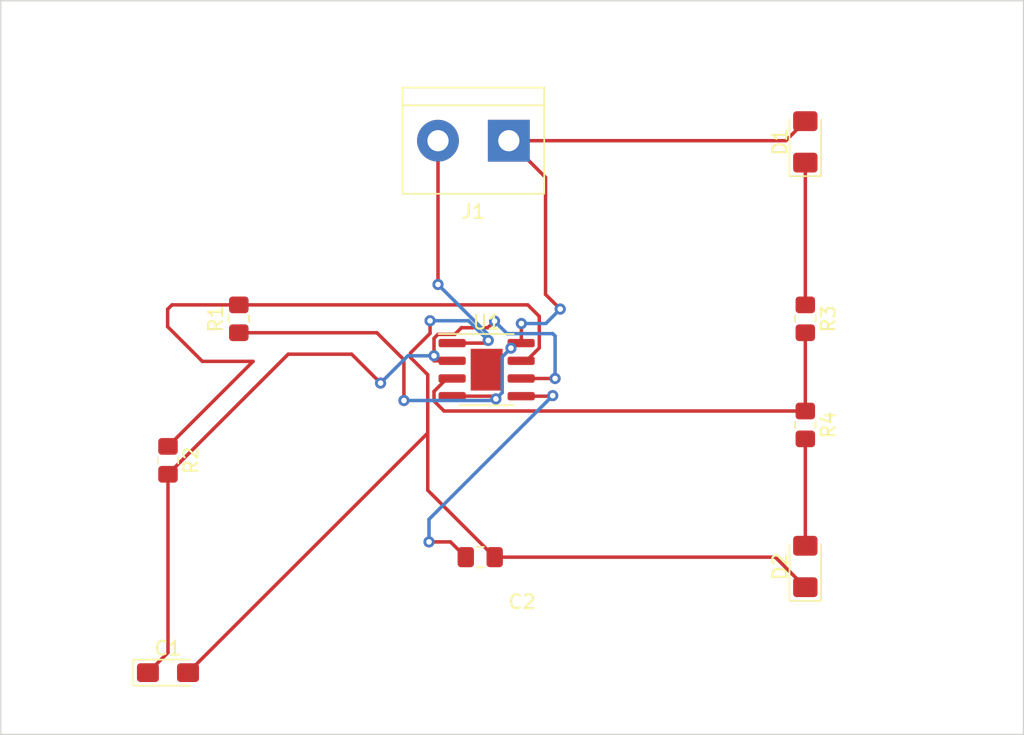
<source format=kicad_pcb>
(kicad_pcb (version 20211014) (generator pcbnew)
  (layers (0 "F.Cu" signal) (31 "B.Cu" signal) (34 "B.Paste" user) (35 "F.Paste" user) (36 "B.SilkS" user "B.Silkscreen") (37 "F.SilkS" user "F.Silkscreen") (38 "B.Mask" user) (39 "F.Mask" user) (44 "Edge.Cuts" user))
  (net 0 "")
  (net 1 "GND")
  (net 2 "/pin_2")
  (net 3 "/pin_3")
  (net 4 "+9V")
  (net 5 "Net-(C2-Pad1)")
  (net 6 "/pin_7")
  (net 7 "Net-(D1-Pad1)")
  (net 8 "Net-(D2-Pad2)")
  (footprint "LED_SMD:LED_1206_3216Metric_Pad1.42x1.75mm_HandSolder" (layer "F.Cu") (at 160.02 104.14 90)
    (fp_text reference "D2" (at 0 -1.82 90) (layer "F.SilkS"))
    (fp_text value "LED")
    (fp_line (start -2.46 -1.135) (end -2.46 1.135) (layer "F.SilkS") (width 0.12))
    (fp_line (start -2.46 1.135) (end 1.6 1.135) (layer "F.SilkS") (width 0.12))
    (fp_line (start 1.6 -1.135) (end -2.46 -1.135) (layer "F.SilkS") (width 0.12))
    (pad "1" smd roundrect (at -1.4875 0 90) (size 1.425 1.75) (layers "F.Cu" "F.Paste" "F.Mask") (roundrect_rratio 0.175439) (net 1 "GND"))
    (pad "2" smd roundrect (at 1.4875 0 90) (size 1.425 1.75) (layers "F.Cu" "F.Paste" "F.Mask") (roundrect_rratio 0.175439) (net 8 "Net-(D2-Pad2)"))
  )
  (footprint "Package_SO:SOIC-8-1EP_3.9x4.9mm_P1.27mm_EP2.29x3mm" (layer "F.Cu") (at 137.16 90.01)
    (fp_text reference "U1" (at 0 -3.4) (layer "F.SilkS"))
    (fp_text value "NE555D")
    (fp_line (start 0 2.56) (end 1.95 2.56) (layer "F.SilkS") (width 0.12))
    (fp_line (start 0 2.56) (end -1.95 2.56) (layer "F.SilkS") (width 0.12))
    (fp_line (start 0 -2.56) (end 1.95 -2.56) (layer "F.SilkS") (width 0.12))
    (fp_line (start 0 -2.56) (end -3.45 -2.56) (layer "F.SilkS") (width 0.12))
    (pad "1" smd roundrect (at -2.475 -1.905) (size 1.95 0.6) (layers "F.Cu" "F.Paste" "F.Mask") (net 1 "GND"))
    (pad "2" smd roundrect (at -2.475 -0.635) (size 1.95 0.6) (layers "F.Cu" "F.Paste" "F.Mask") (net 2 "/pin_2"))
    (pad "3" smd roundrect (at -2.475 0.635) (size 1.95 0.6) (layers "F.Cu" "F.Paste" "F.Mask") (net 3 "/pin_3"))
    (pad "4" smd roundrect (at -2.475 1.905) (size 1.95 0.6) (layers "F.Cu" "F.Paste" "F.Mask") (net 4 "+9V"))
    (pad "5" smd roundrect (at 2.475 1.905) (size 1.95 0.6) (layers "F.Cu" "F.Paste" "F.Mask") (net 5 "Net-(C2-Pad1)"))
    (pad "6" smd roundrect (at 2.475 0.635) (size 1.95 0.6) (layers "F.Cu" "F.Paste" "F.Mask") (net 2 "/pin_2"))
    (pad "7" smd roundrect (at 2.475 -0.635) (size 1.95 0.6) (layers "F.Cu" "F.Paste" "F.Mask") (net 6 "/pin_7"))
    (pad "8" smd roundrect (at 2.475 -1.905) (size 1.95 0.6) (layers "F.Cu" "F.Paste" "F.Mask") (net 4 "+9V"))
    (pad "9" smd rect (at 0 0) (size 2.29 3) (layers "F.Cu" "F.Mask"))
  )
  (footprint "Resistor_SMD:R_0805_2012Metric_Pad1.20x1.40mm_HandSolder" (layer "F.Cu") (at 119.38 86.36 90)
    (fp_text reference "R1" (at 0 -1.65 90) (layer "F.SilkS"))
    (fp_text value "1k")
    (fp_line (start -0.227064 -0.735) (end 0.227064 -0.735) (layer "F.SilkS") (width 0.12))
    (fp_line (start -0.227064 0.735) (end 0.227064 0.735) (layer "F.SilkS") (width 0.12))
    (pad "1" smd roundrect (at -1 0 90) (size 1.2 1.4) (layers "F.Cu" "F.Paste" "F.Mask") (roundrect_rratio 0.208333) (net 4 "+9V"))
    (pad "2" smd roundrect (at 1 0 90) (size 1.2 1.4) (layers "F.Cu" "F.Paste" "F.Mask") (roundrect_rratio 0.208333) (net 6 "/pin_7"))
  )
  (footprint "Resistor_SMD:R_0805_2012Metric_Pad1.20x1.40mm_HandSolder" (layer "F.Cu") (at 114.3 96.52 -90)
    (fp_text reference "R2" (at 0 -1.65 90) (layer "F.SilkS"))
    (fp_text value "10k")
    (fp_line (start -0.227064 0.735) (end 0.227064 0.735) (layer "F.SilkS") (width 0.12))
    (fp_line (start -0.227064 -0.735) (end 0.227064 -0.735) (layer "F.SilkS") (width 0.12))
    (pad "1" smd roundrect (at -1 0 270) (size 1.2 1.4) (layers "F.Cu" "F.Paste" "F.Mask") (roundrect_rratio 0.208333) (net 6 "/pin_7"))
    (pad "2" smd roundrect (at 1 0 270) (size 1.2 1.4) (layers "F.Cu" "F.Paste" "F.Mask") (roundrect_rratio 0.208333) (net 2 "/pin_2"))
  )
  (footprint "Capacitor_SMD:C_0805_2012Metric_Pad1.18x1.45mm_HandSolder" (layer "F.Cu") (at 136.7 103.47)
    (fp_text reference "C2" (at 3 3.21) (layer "F.SilkS"))
    (fp_text value "0.01uF")
    (fp_line (start -0.261252 0.735) (end 0.261252 0.735) (layer "F.SilkS") (width 0.12))
    (fp_line (start -0.261252 -0.735) (end 0.261252 -0.735) (layer "F.SilkS") (width 0.12))
    (pad "1" smd roundrect (at -1.0375 0) (size 1.175 1.45) (layers "F.Cu" "F.Paste" "F.Mask") (roundrect_rratio 0.212766) (net 5 "Net-(C2-Pad1)"))
    (pad "2" smd roundrect (at 1.0375 0) (size 1.175 1.45) (layers "F.Cu" "F.Paste" "F.Mask") (roundrect_rratio 0.212766) (net 1 "GND"))
  )
  (footprint "Capacitor_Tantalum_SMD:CP_EIA-3216-18_Kemet-A_Pad1.58x1.35mm_HandSolder" (layer "F.Cu") (at 114.3 111.76)
    (fp_text reference "C1" (at 0 -1.75) (layer "F.SilkS"))
    (fp_text value "10uF")
    (fp_line (start -2.485 -0.935) (end -2.485 0.935) (layer "F.SilkS") (width 0.12))
    (fp_line (start -2.485 0.935) (end 1.6 0.935) (layer "F.SilkS") (width 0.12))
    (fp_line (start 1.6 -0.935) (end -2.485 -0.935) (layer "F.SilkS") (width 0.12))
    (pad "1" smd roundrect (at -1.4375 0) (size 1.575 1.35) (layers "F.Cu" "F.Paste" "F.Mask") (roundrect_rratio 0.185185) (net 2 "/pin_2"))
    (pad "2" smd roundrect (at 1.4375 0) (size 1.575 1.35) (layers "F.Cu" "F.Paste" "F.Mask") (roundrect_rratio 0.185185) (net 1 "GND"))
  )
  (footprint "Resistor_SMD:R_0805_2012Metric_Pad1.20x1.40mm_HandSolder" (layer "F.Cu") (at 160.02 93.98 -90)
    (fp_text reference "R4" (at 0 -1.65 90) (layer "F.SilkS"))
    (fp_text value "1k")
    (fp_line (start -0.227064 -0.735) (end 0.227064 -0.735) (layer "F.SilkS") (width 0.12))
    (fp_line (start -0.227064 0.735) (end 0.227064 0.735) (layer "F.SilkS") (width 0.12))
    (pad "1" smd roundrect (at -1 0 270) (size 1.2 1.4) (layers "F.Cu" "F.Paste" "F.Mask") (roundrect_rratio 0.208333) (net 3 "/pin_3"))
    (pad "2" smd roundrect (at 1 0 270) (size 1.2 1.4) (layers "F.Cu" "F.Paste" "F.Mask") (roundrect_rratio 0.208333) (net 8 "Net-(D2-Pad2)"))
  )
  (footprint "TerminalBlock:TerminalBlock_bornier-2_P5.08mm" (layer "F.Cu") (at 138.75 73.575 180)
    (fp_text reference "J1" (at 2.54 -5.08) (layer "F.SilkS"))
    (fp_text value "Conn_01x02_Male")
    (fp_line (start -2.54 3.81) (end 7.62 3.81) (layer "F.SilkS") (width 0.12))
    (fp_line (start 7.62 -3.81) (end -2.54 -3.81) (layer "F.SilkS") (width 0.12))
    (fp_line (start 7.62 2.54) (end -2.54 2.54) (layer "F.SilkS") (width 0.12))
    (fp_line (start -2.54 -3.81) (end -2.54 3.81) (layer "F.SilkS") (width 0.12))
    (fp_line (start 7.62 3.81) (end 7.62 -3.81) (layer "F.SilkS") (width 0.12))
    (pad "1" thru_hole rect (at 0 0 180) (size 3 3) (drill 1.52) (layers *.Cu *.Mask) (net 4 "+9V"))
    (pad "2" thru_hole circle (at 5.08 0 180) (size 3 3) (drill 1.52) (layers *.Cu *.Mask) (net 1 "GND"))
  )
  (footprint "Resistor_SMD:R_0805_2012Metric_Pad1.20x1.40mm_HandSolder" (layer "F.Cu") (at 160.02 86.36 -90)
    (fp_text reference "R3" (at 0 -1.65 90) (layer "F.SilkS"))
    (fp_text value "1k")
    (fp_line (start -0.227064 0.735) (end 0.227064 0.735) (layer "F.SilkS") (width 0.12))
    (fp_line (start -0.227064 -0.735) (end 0.227064 -0.735) (layer "F.SilkS") (width 0.12))
    (pad "1" smd roundrect (at -1 0 270) (size 1.2 1.4) (layers "F.Cu" "F.Paste" "F.Mask") (roundrect_rratio 0.208333) (net 7 "Net-(D1-Pad1)"))
    (pad "2" smd roundrect (at 1 0 270) (size 1.2 1.4) (layers "F.Cu" "F.Paste" "F.Mask") (roundrect_rratio 0.208333) (net 3 "/pin_3"))
  )
  (footprint "LED_SMD:LED_1206_3216Metric_Pad1.42x1.75mm_HandSolder" (layer "F.Cu") (at 160.02 73.66 90)
    (fp_text reference "D1" (at 0 -1.82 90) (layer "F.SilkS"))
    (fp_text value "LED")
    (fp_line (start -2.46 1.135) (end 1.6 1.135) (layer "F.SilkS") (width 0.12))
    (fp_line (start -2.46 -1.135) (end -2.46 1.135) (layer "F.SilkS") (width 0.12))
    (fp_line (start 1.6 -1.135) (end -2.46 -1.135) (layer "F.SilkS") (width 0.12))
    (pad "1" smd roundrect (at -1.4875 0 90) (size 1.425 1.75) (layers "F.Cu" "F.Paste" "F.Mask") (roundrect_rratio 0.175439) (net 7 "Net-(D1-Pad1)"))
    (pad "2" smd roundrect (at 1.4875 0 90) (size 1.425 1.75) (layers "F.Cu" "F.Paste" "F.Mask") (roundrect_rratio 0.175439) (net 4 "+9V"))
  )
  (gr_rect (start 175.675 63.525) (end 102.3 116.2) (layer "Edge.Cuts") (width 0.1) (fill none))
  (segment (start 137.7375 103.47) (end 132.935 98.6675) (width 0.25) (layer "F.Cu") (net 1))
  (segment (start 131.7 88.806853) (end 133.1 87.406853) (width 0.25) (layer "F.Cu") (net 1))
  (segment (start 133.67 73.575) (end 133.67 83.895) (width 0.25) (layer "F.Cu") (net 1))
  (segment (start 132.935 90.375457) (end 131.7 89.140457) (width 0.25) (layer "F.Cu") (net 1))
  (segment (start 132.935 94.5625) (end 132.935 90.375457) (width 0.25) (layer "F.Cu") (net 1))
  (segment (start 115.7375 111.76) (end 132.935 94.5625) (width 0.25) (layer "F.Cu") (net 1))
  (segment (start 137.7375 103.47) (end 157.8625 103.47) (width 0.25) (layer "F.Cu") (net 1))
  (segment (start 157.8625 103.47) (end 160.02 105.6275) (width 0.25) (layer "F.Cu") (net 1))
  (segment (start 133.1 87.406853) (end 133.1 86.5) (width 0.25) (layer "F.Cu") (net 1))
  (segment (start 131.7 89.140457) (end 131.7 88.806853) (width 0.25) (layer "F.Cu") (net 1))
  (segment (start 137.080498 88.105) (end 137.275 87.910498) (width 0.25) (layer "F.Cu") (net 1))
  (segment (start 132.935 98.6675) (end 132.935 90.748249) (width 0.25) (layer "F.Cu") (net 1))
  (segment (start 134.685 88.105) (end 137.080498 88.105) (width 0.25) (layer "F.Cu") (net 1))
  (via (at 133.67 83.895) (size 0.8) (drill 0.4) (layers "F.Cu" "B.Cu") (net 1))
  (via (at 133.1 86.5) (size 0.8) (drill 0.4) (layers "F.Cu" "B.Cu") (net 1))
  (via (at 137.275 87.910498) (size 0.8) (drill 0.4) (layers "F.Cu" "B.Cu") (net 1))
  (segment (start 137.275 87.5) (end 133.67 83.895) (width 0.25) (layer "B.Cu") (net 1))
  (segment (start 137.275 87.910498) (end 135.864502 86.5) (width 0.25) (layer "B.Cu") (net 1))
  (segment (start 135.864502 86.5) (end 133.1 86.5) (width 0.25) (layer "B.Cu") (net 1))
  (segment (start 137.275 87.910498) (end 137.275 87.5) (width 0.25) (layer "B.Cu") (net 1))
  (segment (start 135.351396 87) (end 137.25 87) (width 0.25) (layer "F.Cu") (net 2))
  (segment (start 133.385 87.758249) (end 133.663249 87.48) (width 0.25) (layer "F.Cu") (net 2))
  (segment (start 127.475 88.9) (end 129.55 90.975) (width 0.25) (layer "F.Cu") (net 2))
  (segment (start 114.3 97.52) (end 122.92 88.9) (width 0.25) (layer "F.Cu") (net 2))
  (segment (start 137.25 87) (end 137.725 86.525) (width 0.25) (layer "F.Cu") (net 2))
  (segment (start 114.3 97.52) (end 114.3 110.3225) (width 0.25) (layer "F.Cu") (net 2))
  (segment (start 122.92 88.9) (end 127.475 88.9) (width 0.25) (layer "F.Cu") (net 2))
  (segment (start 114.3 110.3225) (end 112.8625 111.76) (width 0.25) (layer "F.Cu") (net 2))
  (segment (start 134.871396 87.48) (end 135.351396 87) (width 0.25) (layer "F.Cu") (net 2))
  (segment (start 134.685 89.375) (end 133.385 89.375) (width 0.25) (layer "F.Cu") (net 2))
  (segment (start 139.635 90.645) (end 142.07 90.645) (width 0.25) (layer "F.Cu") (net 2))
  (segment (start 133.385 89.375) (end 133.385 89.015) (width 0.25) (layer "F.Cu") (net 2))
  (segment (start 133.385 89.015) (end 133.385 87.758249) (width 0.25) (layer "F.Cu") (net 2))
  (segment (start 133.663249 87.48) (end 134.871396 87.48) (width 0.25) (layer "F.Cu") (net 2))
  (via (at 142.07 90.645) (size 0.8) (drill 0.4) (layers "F.Cu" "B.Cu") (net 2))
  (via (at 133.385 89.015) (size 0.8) (drill 0.4) (layers "F.Cu" "B.Cu") (net 2))
  (via (at 137.725 86.525) (size 0.8) (drill 0.4) (layers "F.Cu" "B.Cu") (net 2))
  (via (at 129.55 90.975) (size 0.8) (drill 0.4) (layers "F.Cu" "B.Cu") (net 2))
  (segment (start 142.07 87.595) (end 142.07 90.645) (width 0.25) (layer "B.Cu") (net 2))
  (segment (start 137.725 86.525) (end 138.625 87.425) (width 0.25) (layer "B.Cu") (net 2))
  (segment (start 133.385 89.015) (end 131.51 89.015) (width 0.25) (layer "B.Cu") (net 2))
  (segment (start 131.51 89.015) (end 129.55 90.975) (width 0.25) (layer "B.Cu") (net 2))
  (segment (start 141.9 87.425) (end 142.07 87.595) (width 0.25) (layer "B.Cu") (net 2))
  (segment (start 138.625 87.425) (end 141.9 87.425) (width 0.25) (layer "B.Cu") (net 2))
  (segment (start 134.103249 92.98) (end 133.385 92.261751) (width 0.25) (layer "F.Cu") (net 3))
  (segment (start 133.385 92.261751) (end 133.385 91.568249) (width 0.25) (layer "F.Cu") (net 3))
  (segment (start 160.02 87.36) (end 160.02 92.98) (width 0.25) (layer "F.Cu") (net 3))
  (segment (start 134.308249 90.645) (end 134.685 90.645) (width 0.25) (layer "F.Cu") (net 3))
  (segment (start 160.02 92.98) (end 134.103249 92.98) (width 0.25) (layer "F.Cu") (net 3))
  (segment (start 133.385 91.568249) (end 134.308249 90.645) (width 0.25) (layer "F.Cu") (net 3))
  (segment (start 131.225 89.301853) (end 131.225 92.225) (width 0.25) (layer "F.Cu") (net 4))
  (segment (start 138.75 73.575) (end 141.385 76.21) (width 0.25) (layer "F.Cu") (net 4))
  (segment (start 141.385 84.61) (end 142.4375 85.6625) (width 0.25) (layer "F.Cu") (net 4))
  (segment (start 158.6175 73.575) (end 160.02 72.1725) (width 0.25) (layer "F.Cu") (net 4))
  (segment (start 139.635 88.105) (end 139.65 88.09) (width 0.25) (layer "F.Cu") (net 4))
  (segment (start 139.635 88.105) (end 139.2641 88.105) (width 0.25) (layer "F.Cu") (net 4))
  (segment (start 138.75 73.575) (end 158.6175 73.575) (width 0.25) (layer "F.Cu") (net 4))
  (segment (start 134.685 91.915) (end 137.630498 91.915) (width 0.25) (layer "F.Cu") (net 4))
  (segment (start 141.385 76.21) (end 141.385 84.61) (width 0.25) (layer "F.Cu") (net 4))
  (segment (start 139.2641 88.105) (end 138.9029 88.4662) (width 0.25) (layer "F.Cu") (net 4))
  (segment (start 139.65 88.09) (end 139.65 86.7) (width 0.25) (layer "F.Cu") (net 4))
  (segment (start 129.283147 87.36) (end 131.225 89.301853) (width 0.25) (layer "F.Cu") (net 4))
  (segment (start 137.630498 91.915) (end 137.825 92.109502) (width 0.25) (layer "F.Cu") (net 4))
  (segment (start 119.38 87.36) (end 129.283147 87.36) (width 0.25) (layer "F.Cu") (net 4))
  (via (at 131.225 92.225) (size 0.8) (drill 0.4) (layers "F.Cu" "B.Cu") (net 4))
  (via (at 138.9029 88.4662) (size 0.8) (drill 0.4) (layers "F.Cu" "B.Cu") (net 4))
  (via (at 139.65 86.7) (size 0.8) (drill 0.4) (layers "F.Cu" "B.Cu") (net 4))
  (via (at 137.825 92.109502) (size 0.8) (drill 0.4) (layers "F.Cu" "B.Cu") (net 4))
  (via (at 142.4375 85.6625) (size 0.8) (drill 0.4) (layers "F.Cu" "B.Cu") (net 4))
  (segment (start 137.825 92.109502) (end 137.709502 92.225) (width 0.25) (layer "B.Cu") (net 4))
  (segment (start 141.4 86.7) (end 142.4375 85.6625) (width 0.25) (layer "B.Cu") (net 4))
  (segment (start 137.709502 92.225) (end 131.225 92.225) (width 0.25) (layer "B.Cu") (net 4))
  (segment (start 139.65 86.7) (end 141.4 86.7) (width 0.25) (layer "B.Cu") (net 4))
  (segment (start 138.275 89.0941) (end 138.275 91.659502) (width 0.25) (layer "B.Cu") (net 4))
  (segment (start 138.9029 88.4662) (end 138.275 89.0941) (width 0.25) (layer "B.Cu") (net 4))
  (segment (start 138.275 91.659502) (end 137.825 92.109502) (width 0.25) (layer "B.Cu") (net 4))
  (segment (start 134.5675 102.375) (end 133.025 102.375) (width 0.25) (layer "F.Cu") (net 5))
  (segment (start 135.6625 103.47) (end 134.5675 102.375) (width 0.25) (layer "F.Cu") (net 5))
  (segment (start 139.635 91.915) (end 141.86 91.915) (width 0.25) (layer "F.Cu") (net 5))
  (segment (start 141.9 91.875) (end 141.86 91.915) (width 0.25) (layer "F.Cu") (net 5))
  (via (at 141.9 91.875) (size 0.8) (drill 0.4) (layers "F.Cu" "B.Cu") (net 5))
  (via (at 133.025 102.375) (size 0.8) (drill 0.4) (layers "F.Cu" "B.Cu") (net 5))
  (segment (start 133.025 100.75) (end 133.025 102.375) (width 0.25) (layer "B.Cu") (net 5))
  (segment (start 141.9 91.875) (end 133.025 100.75) (width 0.25) (layer "B.Cu") (net 5))
  (segment (start 140.11 85.36) (end 140.935 86.185) (width 0.25) (layer "F.Cu") (net 6))
  (segment (start 114.59 85.36) (end 119.38 85.36) (width 0.25) (layer "F.Cu") (net 6))
  (segment (start 114.275 86.925) (end 114.275 85.675) (width 0.25) (layer "F.Cu") (net 6))
  (segment (start 140.935 86.185) (end 140.935 88.451751) (width 0.25) (layer "F.Cu") (net 6))
  (segment (start 116.765 89.415) (end 114.275 86.925) (width 0.25) (layer "F.Cu") (net 6))
  (segment (start 114.3 95.52) (end 120.405 89.415) (width 0.25) (layer "F.Cu") (net 6))
  (segment (start 119.38 85.36) (end 140.11 85.36) (width 0.25) (layer "F.Cu") (net 6))
  (segment (start 120.405 89.415) (end 116.765 89.415) (width 0.25) (layer "F.Cu") (net 6))
  (segment (start 140.935 88.451751) (end 140.011751 89.375) (width 0.25) (layer "F.Cu") (net 6))
  (segment (start 114.275 85.675) (end 114.59 85.36) (width 0.25) (layer "F.Cu") (net 6))
  (segment (start 140.011751 89.375) (end 139.635 89.375) (width 0.25) (layer "F.Cu") (net 6))
  (segment (start 160.02 75.1475) (end 160.02 85.36) (width 0.25) (layer "F.Cu") (net 7))
  (segment (start 160.02 94.98) (end 160.02 102.6525) (width 0.25) (layer "F.Cu") (net 8))
)
</source>
